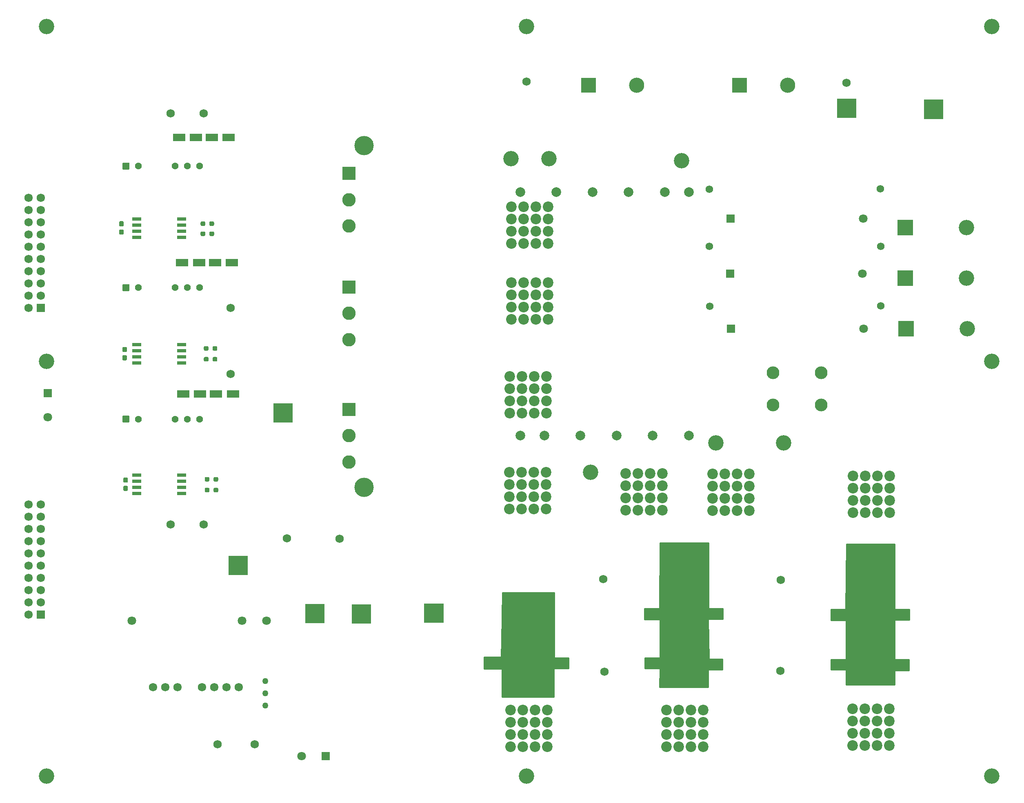
<source format=gbr>
%TF.GenerationSoftware,KiCad,Pcbnew,(5.1.12)-1*%
%TF.CreationDate,2023-12-01T15:42:45+05:30*%
%TF.ProjectId,DCCB PCB-V3,44434342-2050-4434-922d-56332e6b6963,rev?*%
%TF.SameCoordinates,Original*%
%TF.FileFunction,Soldermask,Top*%
%TF.FilePolarity,Negative*%
%FSLAX46Y46*%
G04 Gerber Fmt 4.6, Leading zero omitted, Abs format (unit mm)*
G04 Created by KiCad (PCBNEW (5.1.12)-1) date 2023-12-01 15:42:45*
%MOMM*%
%LPD*%
G01*
G04 APERTURE LIST*
%ADD10C,3.200000*%
%ADD11C,1.734000*%
%ADD12C,0.100000*%
%ADD13C,4.005000*%
%ADD14C,3.150000*%
%ADD15R,3.150000X3.150000*%
%ADD16C,1.434000*%
%ADD17R,2.500000X1.600000*%
%ADD18C,1.725000*%
%ADD19R,1.725000X1.725000*%
%ADD20C,2.200000*%
%ADD21C,2.000000*%
%ADD22C,1.800000*%
%ADD23R,1.800000X1.800000*%
%ADD24R,3.200000X3.200000*%
%ADD25O,3.200000X3.200000*%
%ADD26R,1.850000X0.650000*%
%ADD27C,1.269000*%
%ADD28C,2.640000*%
%ADD29C,1.575000*%
%ADD30C,2.790000*%
%ADD31R,2.790000X2.790000*%
%ADD32C,0.300000*%
G04 APERTURE END LIST*
D10*
%TO.C,H13*%
X143690000Y-34580000D03*
%TD*%
%TO.C,H3*%
X143690000Y-190200000D03*
%TD*%
D11*
%TO.C,TP18*%
X87250000Y-183620000D03*
%TD*%
%TO.C,TP17*%
X79570000Y-183590000D03*
%TD*%
%TO.C,TP16*%
X82296000Y-92964000D03*
%TD*%
%TO.C,TP15*%
X82290000Y-106660000D03*
%TD*%
%TO.C,TP14*%
X76708000Y-137922000D03*
%TD*%
%TO.C,TP13*%
X76708000Y-52578000D03*
%TD*%
%TO.C,TP12*%
X69850000Y-52578000D03*
%TD*%
%TO.C,TP11*%
X69850000Y-137922000D03*
%TD*%
%TO.C,TP10*%
X196280000Y-168380000D03*
%TD*%
%TO.C,TP9*%
X159830000Y-168500000D03*
%TD*%
%TO.C,TP8*%
X210040000Y-46290000D03*
%TD*%
%TO.C,TP7*%
X143690000Y-45970000D03*
%TD*%
%TO.C,TP6*%
X93930000Y-140860000D03*
%TD*%
%TO.C,TP3*%
X104920000Y-140870000D03*
%TD*%
%TO.C,TP2*%
X196400000Y-149440000D03*
%TD*%
%TO.C,TP1*%
X159590000Y-149320000D03*
%TD*%
D12*
%TO.C,K1*%
G36*
X95180000Y-116770000D02*
G01*
X91180000Y-116770000D01*
X91180000Y-112770000D01*
X95180000Y-112770000D01*
X95180000Y-116770000D01*
G37*
%TD*%
%TO.C,R11*%
G36*
G01*
X77695000Y-103402500D02*
X77695000Y-103877500D01*
G75*
G02*
X77457500Y-104115000I-237500J0D01*
G01*
X76957500Y-104115000D01*
G75*
G02*
X76720000Y-103877500I0J237500D01*
G01*
X76720000Y-103402500D01*
G75*
G02*
X76957500Y-103165000I237500J0D01*
G01*
X77457500Y-103165000D01*
G75*
G02*
X77695000Y-103402500I0J-237500D01*
G01*
G37*
G36*
G01*
X79520000Y-103402500D02*
X79520000Y-103877500D01*
G75*
G02*
X79282500Y-104115000I-237500J0D01*
G01*
X78782500Y-104115000D01*
G75*
G02*
X78545000Y-103877500I0J237500D01*
G01*
X78545000Y-103402500D01*
G75*
G02*
X78782500Y-103165000I237500J0D01*
G01*
X79282500Y-103165000D01*
G75*
G02*
X79520000Y-103402500I0J-237500D01*
G01*
G37*
%TD*%
%TO.C,R10*%
G36*
G01*
X77695000Y-101162500D02*
X77695000Y-101637500D01*
G75*
G02*
X77457500Y-101875000I-237500J0D01*
G01*
X76957500Y-101875000D01*
G75*
G02*
X76720000Y-101637500I0J237500D01*
G01*
X76720000Y-101162500D01*
G75*
G02*
X76957500Y-100925000I237500J0D01*
G01*
X77457500Y-100925000D01*
G75*
G02*
X77695000Y-101162500I0J-237500D01*
G01*
G37*
G36*
G01*
X79520000Y-101162500D02*
X79520000Y-101637500D01*
G75*
G02*
X79282500Y-101875000I-237500J0D01*
G01*
X78782500Y-101875000D01*
G75*
G02*
X78545000Y-101637500I0J237500D01*
G01*
X78545000Y-101162500D01*
G75*
G02*
X78782500Y-100925000I237500J0D01*
G01*
X79282500Y-100925000D01*
G75*
G02*
X79520000Y-101162500I0J-237500D01*
G01*
G37*
%TD*%
%TO.C,R7*%
G36*
G01*
X77025000Y-77362500D02*
X77025000Y-77837500D01*
G75*
G02*
X76787500Y-78075000I-237500J0D01*
G01*
X76287500Y-78075000D01*
G75*
G02*
X76050000Y-77837500I0J237500D01*
G01*
X76050000Y-77362500D01*
G75*
G02*
X76287500Y-77125000I237500J0D01*
G01*
X76787500Y-77125000D01*
G75*
G02*
X77025000Y-77362500I0J-237500D01*
G01*
G37*
G36*
G01*
X78850000Y-77362500D02*
X78850000Y-77837500D01*
G75*
G02*
X78612500Y-78075000I-237500J0D01*
G01*
X78112500Y-78075000D01*
G75*
G02*
X77875000Y-77837500I0J237500D01*
G01*
X77875000Y-77362500D01*
G75*
G02*
X78112500Y-77125000I237500J0D01*
G01*
X78612500Y-77125000D01*
G75*
G02*
X78850000Y-77362500I0J-237500D01*
G01*
G37*
%TD*%
%TO.C,R6*%
G36*
G01*
X77025000Y-75262500D02*
X77025000Y-75737500D01*
G75*
G02*
X76787500Y-75975000I-237500J0D01*
G01*
X76287500Y-75975000D01*
G75*
G02*
X76050000Y-75737500I0J237500D01*
G01*
X76050000Y-75262500D01*
G75*
G02*
X76287500Y-75025000I237500J0D01*
G01*
X76787500Y-75025000D01*
G75*
G02*
X77025000Y-75262500I0J-237500D01*
G01*
G37*
G36*
G01*
X78850000Y-75262500D02*
X78850000Y-75737500D01*
G75*
G02*
X78612500Y-75975000I-237500J0D01*
G01*
X78112500Y-75975000D01*
G75*
G02*
X77875000Y-75737500I0J237500D01*
G01*
X77875000Y-75262500D01*
G75*
G02*
X78112500Y-75025000I237500J0D01*
G01*
X78612500Y-75025000D01*
G75*
G02*
X78850000Y-75262500I0J-237500D01*
G01*
G37*
%TD*%
%TO.C,R5*%
G36*
G01*
X77885000Y-130562500D02*
X77885000Y-131037500D01*
G75*
G02*
X77647500Y-131275000I-237500J0D01*
G01*
X77147500Y-131275000D01*
G75*
G02*
X76910000Y-131037500I0J237500D01*
G01*
X76910000Y-130562500D01*
G75*
G02*
X77147500Y-130325000I237500J0D01*
G01*
X77647500Y-130325000D01*
G75*
G02*
X77885000Y-130562500I0J-237500D01*
G01*
G37*
G36*
G01*
X79710000Y-130562500D02*
X79710000Y-131037500D01*
G75*
G02*
X79472500Y-131275000I-237500J0D01*
G01*
X78972500Y-131275000D01*
G75*
G02*
X78735000Y-131037500I0J237500D01*
G01*
X78735000Y-130562500D01*
G75*
G02*
X78972500Y-130325000I237500J0D01*
G01*
X79472500Y-130325000D01*
G75*
G02*
X79710000Y-130562500I0J-237500D01*
G01*
G37*
%TD*%
%TO.C,R4*%
G36*
G01*
X77885000Y-128322500D02*
X77885000Y-128797500D01*
G75*
G02*
X77647500Y-129035000I-237500J0D01*
G01*
X77147500Y-129035000D01*
G75*
G02*
X76910000Y-128797500I0J237500D01*
G01*
X76910000Y-128322500D01*
G75*
G02*
X77147500Y-128085000I237500J0D01*
G01*
X77647500Y-128085000D01*
G75*
G02*
X77885000Y-128322500I0J-237500D01*
G01*
G37*
G36*
G01*
X79710000Y-128322500D02*
X79710000Y-128797500D01*
G75*
G02*
X79472500Y-129035000I-237500J0D01*
G01*
X78972500Y-129035000D01*
G75*
G02*
X78735000Y-128797500I0J237500D01*
G01*
X78735000Y-128322500D01*
G75*
G02*
X78972500Y-128085000I237500J0D01*
G01*
X79472500Y-128085000D01*
G75*
G02*
X79710000Y-128322500I0J-237500D01*
G01*
G37*
%TD*%
%TO.C,C15*%
G36*
G01*
X60062500Y-102805000D02*
X60537500Y-102805000D01*
G75*
G02*
X60775000Y-103042500I0J-237500D01*
G01*
X60775000Y-103642500D01*
G75*
G02*
X60537500Y-103880000I-237500J0D01*
G01*
X60062500Y-103880000D01*
G75*
G02*
X59825000Y-103642500I0J237500D01*
G01*
X59825000Y-103042500D01*
G75*
G02*
X60062500Y-102805000I237500J0D01*
G01*
G37*
G36*
G01*
X60062500Y-101080000D02*
X60537500Y-101080000D01*
G75*
G02*
X60775000Y-101317500I0J-237500D01*
G01*
X60775000Y-101917500D01*
G75*
G02*
X60537500Y-102155000I-237500J0D01*
G01*
X60062500Y-102155000D01*
G75*
G02*
X59825000Y-101917500I0J237500D01*
G01*
X59825000Y-101317500D01*
G75*
G02*
X60062500Y-101080000I237500J0D01*
G01*
G37*
%TD*%
%TO.C,C14*%
G36*
G01*
X59392500Y-76705000D02*
X59867500Y-76705000D01*
G75*
G02*
X60105000Y-76942500I0J-237500D01*
G01*
X60105000Y-77542500D01*
G75*
G02*
X59867500Y-77780000I-237500J0D01*
G01*
X59392500Y-77780000D01*
G75*
G02*
X59155000Y-77542500I0J237500D01*
G01*
X59155000Y-76942500D01*
G75*
G02*
X59392500Y-76705000I237500J0D01*
G01*
G37*
G36*
G01*
X59392500Y-74980000D02*
X59867500Y-74980000D01*
G75*
G02*
X60105000Y-75217500I0J-237500D01*
G01*
X60105000Y-75817500D01*
G75*
G02*
X59867500Y-76055000I-237500J0D01*
G01*
X59392500Y-76055000D01*
G75*
G02*
X59155000Y-75817500I0J237500D01*
G01*
X59155000Y-75217500D01*
G75*
G02*
X59392500Y-74980000I237500J0D01*
G01*
G37*
%TD*%
%TO.C,C13*%
G36*
G01*
X60252500Y-129915000D02*
X60727500Y-129915000D01*
G75*
G02*
X60965000Y-130152500I0J-237500D01*
G01*
X60965000Y-130752500D01*
G75*
G02*
X60727500Y-130990000I-237500J0D01*
G01*
X60252500Y-130990000D01*
G75*
G02*
X60015000Y-130752500I0J237500D01*
G01*
X60015000Y-130152500D01*
G75*
G02*
X60252500Y-129915000I237500J0D01*
G01*
G37*
G36*
G01*
X60252500Y-128190000D02*
X60727500Y-128190000D01*
G75*
G02*
X60965000Y-128427500I0J-237500D01*
G01*
X60965000Y-129027500D01*
G75*
G02*
X60727500Y-129265000I-237500J0D01*
G01*
X60252500Y-129265000D01*
G75*
G02*
X60015000Y-129027500I0J237500D01*
G01*
X60015000Y-128427500D01*
G75*
G02*
X60252500Y-128190000I237500J0D01*
G01*
G37*
%TD*%
D13*
%TO.C,H5*%
X109960000Y-130250000D03*
X109960000Y-59310000D03*
%TD*%
D14*
%TO.C,C11*%
X197870000Y-46720000D03*
D15*
X187870000Y-46720000D03*
%TD*%
D16*
%TO.C,PS3*%
X73270000Y-88770000D03*
X75810000Y-88770000D03*
X70730000Y-88770000D03*
X63110000Y-88770000D03*
G36*
G01*
X59853000Y-89385000D02*
X59853000Y-88155000D01*
G75*
G02*
X59955000Y-88053000I102000J0D01*
G01*
X61185000Y-88053000D01*
G75*
G02*
X61287000Y-88155000I0J-102000D01*
G01*
X61287000Y-89385000D01*
G75*
G02*
X61185000Y-89487000I-102000J0D01*
G01*
X59955000Y-89487000D01*
G75*
G02*
X59853000Y-89385000I0J102000D01*
G01*
G37*
%TD*%
%TO.C,PS2*%
X73270000Y-116060000D03*
X75810000Y-116060000D03*
X70730000Y-116060000D03*
X63110000Y-116060000D03*
G36*
G01*
X59853000Y-116675000D02*
X59853000Y-115445000D01*
G75*
G02*
X59955000Y-115343000I102000J0D01*
G01*
X61185000Y-115343000D01*
G75*
G02*
X61287000Y-115445000I0J-102000D01*
G01*
X61287000Y-116675000D01*
G75*
G02*
X61185000Y-116777000I-102000J0D01*
G01*
X59955000Y-116777000D01*
G75*
G02*
X59853000Y-116675000I0J102000D01*
G01*
G37*
%TD*%
%TO.C,PS1*%
X73270000Y-63550000D03*
X75810000Y-63550000D03*
X70730000Y-63550000D03*
X63110000Y-63550000D03*
G36*
G01*
X59853000Y-64165000D02*
X59853000Y-62935000D01*
G75*
G02*
X59955000Y-62833000I102000J0D01*
G01*
X61185000Y-62833000D01*
G75*
G02*
X61287000Y-62935000I0J-102000D01*
G01*
X61287000Y-64165000D01*
G75*
G02*
X61185000Y-64267000I-102000J0D01*
G01*
X59955000Y-64267000D01*
G75*
G02*
X59853000Y-64165000I0J102000D01*
G01*
G37*
%TD*%
D17*
%TO.C,C5*%
X78390000Y-57580000D03*
X81890000Y-57580000D03*
%TD*%
D10*
%TO.C,H15*%
X140400000Y-62000000D03*
%TD*%
%TO.C,H10*%
X240190000Y-104070000D03*
%TD*%
%TO.C,H9*%
X148330000Y-62030000D03*
%TD*%
%TO.C,H8*%
X240190000Y-190200000D03*
%TD*%
%TO.C,H7*%
X175840000Y-62390000D03*
%TD*%
%TO.C,H6*%
X182950000Y-121030000D03*
%TD*%
D18*
%TO.C,J2*%
X40360000Y-133780000D03*
X42900000Y-133780000D03*
X40360000Y-136320000D03*
X42900000Y-136320000D03*
X40360000Y-138860000D03*
X42900000Y-138860000D03*
X40360000Y-141400000D03*
X42900000Y-141400000D03*
X40360000Y-143940000D03*
X42900000Y-143940000D03*
X40360000Y-146480000D03*
X42900000Y-146480000D03*
X40360000Y-149020000D03*
X42900000Y-149020000D03*
X40360000Y-151560000D03*
X42900000Y-151560000D03*
X40360000Y-154100000D03*
X42900000Y-154100000D03*
X40360000Y-156640000D03*
D19*
X42900000Y-156640000D03*
%TD*%
D18*
%TO.C,J1*%
X40360000Y-70140000D03*
X42900000Y-70140000D03*
X40360000Y-72680000D03*
X42900000Y-72680000D03*
X40360000Y-75220000D03*
X42900000Y-75220000D03*
X40360000Y-77760000D03*
X42900000Y-77760000D03*
X40360000Y-80300000D03*
X42900000Y-80300000D03*
X40360000Y-82840000D03*
X42900000Y-82840000D03*
X40360000Y-85380000D03*
X42900000Y-85380000D03*
X40360000Y-87920000D03*
X42900000Y-87920000D03*
X40360000Y-90460000D03*
X42900000Y-90460000D03*
X40360000Y-93000000D03*
D19*
X42900000Y-93000000D03*
%TD*%
D20*
%TO.C,IC15*%
X148150000Y-95330000D03*
X145610000Y-95330000D03*
X143070000Y-95330000D03*
X140530000Y-95330000D03*
X148150000Y-92790000D03*
X145610000Y-92790000D03*
X143070000Y-92790000D03*
X140530000Y-92790000D03*
X148150000Y-90250000D03*
X145610000Y-90250000D03*
X143070000Y-90250000D03*
X140530000Y-90250000D03*
X148150000Y-87710000D03*
X145610000Y-87710000D03*
X143070000Y-87710000D03*
X140530000Y-87710000D03*
%TD*%
%TO.C,IC14*%
X147800000Y-114790000D03*
X145260000Y-114790000D03*
X142720000Y-114790000D03*
X140180000Y-114790000D03*
X147800000Y-112250000D03*
X145260000Y-112250000D03*
X142720000Y-112250000D03*
X140180000Y-112250000D03*
X147800000Y-109710000D03*
X145260000Y-109710000D03*
X142720000Y-109710000D03*
X140180000Y-109710000D03*
X147800000Y-107170000D03*
X145260000Y-107170000D03*
X142720000Y-107170000D03*
X140180000Y-107170000D03*
%TD*%
%TO.C,IC13*%
X147750000Y-134690000D03*
X145210000Y-134690000D03*
X142670000Y-134690000D03*
X140130000Y-134690000D03*
X147750000Y-132150000D03*
X145210000Y-132150000D03*
X142670000Y-132150000D03*
X140130000Y-132150000D03*
X147750000Y-129610000D03*
X145210000Y-129610000D03*
X142670000Y-129610000D03*
X140130000Y-129610000D03*
X147750000Y-127070000D03*
X145210000Y-127070000D03*
X142670000Y-127070000D03*
X140130000Y-127070000D03*
%TD*%
%TO.C,IC12*%
X171830000Y-135000000D03*
X169290000Y-135000000D03*
X166750000Y-135000000D03*
X164210000Y-135000000D03*
X171830000Y-132460000D03*
X169290000Y-132460000D03*
X166750000Y-132460000D03*
X164210000Y-132460000D03*
X171830000Y-129920000D03*
X169290000Y-129920000D03*
X166750000Y-129920000D03*
X164210000Y-129920000D03*
X171830000Y-127380000D03*
X169290000Y-127380000D03*
X166750000Y-127380000D03*
X164210000Y-127380000D03*
%TD*%
%TO.C,IC11*%
X148120000Y-79610000D03*
X145580000Y-79610000D03*
X143040000Y-79610000D03*
X140500000Y-79610000D03*
X148120000Y-77070000D03*
X145580000Y-77070000D03*
X143040000Y-77070000D03*
X140500000Y-77070000D03*
X148120000Y-74530000D03*
X145580000Y-74530000D03*
X143040000Y-74530000D03*
X140500000Y-74530000D03*
X148120000Y-71990000D03*
X145580000Y-71990000D03*
X143040000Y-71990000D03*
X140500000Y-71990000D03*
%TD*%
%TO.C,IC10*%
X189910000Y-135100000D03*
X187370000Y-135100000D03*
X184830000Y-135100000D03*
X182290000Y-135100000D03*
X189910000Y-132560000D03*
X187370000Y-132560000D03*
X184830000Y-132560000D03*
X182290000Y-132560000D03*
X189910000Y-130020000D03*
X187370000Y-130020000D03*
X184830000Y-130020000D03*
X182290000Y-130020000D03*
X189910000Y-127480000D03*
X187370000Y-127480000D03*
X184830000Y-127480000D03*
X182290000Y-127480000D03*
%TD*%
%TO.C,IC9*%
X218900000Y-176210000D03*
X216360000Y-176210000D03*
X213820000Y-176210000D03*
X211280000Y-176210000D03*
X218900000Y-178750000D03*
X216360000Y-178750000D03*
X213820000Y-178750000D03*
X211280000Y-178750000D03*
X218900000Y-181290000D03*
X216360000Y-181290000D03*
X213820000Y-181290000D03*
X211280000Y-181290000D03*
X218900000Y-183830000D03*
X216360000Y-183830000D03*
X213820000Y-183830000D03*
X211280000Y-183830000D03*
%TD*%
%TO.C,IC8*%
X148010000Y-184060000D03*
X148010000Y-181520000D03*
X148010000Y-178980000D03*
X148010000Y-176440000D03*
X145470000Y-184060000D03*
X145470000Y-181520000D03*
X145470000Y-178980000D03*
X145470000Y-176440000D03*
X142930000Y-184060000D03*
X142930000Y-181520000D03*
X142930000Y-178980000D03*
X142930000Y-176440000D03*
X140390000Y-184060000D03*
X140390000Y-181520000D03*
X140390000Y-178980000D03*
X140390000Y-176440000D03*
%TD*%
%TO.C,IC7*%
X211370000Y-135510000D03*
X211370000Y-132970000D03*
X211370000Y-130430000D03*
X211370000Y-127890000D03*
X213910000Y-135510000D03*
X213910000Y-132970000D03*
X213910000Y-130430000D03*
X213910000Y-127890000D03*
X216450000Y-135510000D03*
X216450000Y-132970000D03*
X216450000Y-130430000D03*
X216450000Y-127890000D03*
X218990000Y-135510000D03*
X218990000Y-132970000D03*
X218990000Y-130430000D03*
X218990000Y-127890000D03*
%TD*%
%TO.C,IC6*%
X180310000Y-176480000D03*
X177770000Y-176480000D03*
X175230000Y-176480000D03*
X172690000Y-176480000D03*
X180310000Y-179020000D03*
X177770000Y-179020000D03*
X175230000Y-179020000D03*
X172690000Y-179020000D03*
X180310000Y-181560000D03*
X177770000Y-181560000D03*
X175230000Y-181560000D03*
X172690000Y-181560000D03*
X180310000Y-184100000D03*
X177770000Y-184100000D03*
X175230000Y-184100000D03*
X172690000Y-184100000D03*
%TD*%
D21*
%TO.C,L1*%
X177350000Y-68910000D03*
X172350000Y-68910000D03*
X164850000Y-68910000D03*
X157350000Y-68910000D03*
X149850000Y-68910000D03*
X142350000Y-68910000D03*
X154848800Y-119506800D03*
X169848800Y-119506800D03*
X162348800Y-119506800D03*
X147348800Y-119506800D03*
X142348800Y-119506800D03*
X177348800Y-119506800D03*
%TD*%
D22*
%TO.C,C2*%
X213610000Y-97340000D03*
D23*
X186110000Y-97340000D03*
%TD*%
D10*
%TO.C,H14*%
X240190000Y-34580000D03*
%TD*%
%TO.C,H12*%
X197040000Y-121030000D03*
%TD*%
%TO.C,H11*%
X44100000Y-104070000D03*
%TD*%
D22*
%TO.C,J7*%
X97010000Y-186030000D03*
D23*
X102010000Y-186030000D03*
%TD*%
D18*
%TO.C,PS5*%
X83960000Y-171690000D03*
X81420000Y-171690000D03*
X78880000Y-171690000D03*
X76340000Y-171690000D03*
X71260000Y-171690000D03*
X68720000Y-171690000D03*
X66180000Y-171690000D03*
%TD*%
D24*
%TO.C,D7*%
X222250000Y-86820000D03*
D25*
X234950000Y-86820000D03*
%TD*%
D24*
%TO.C,D6*%
X222390000Y-97340000D03*
D25*
X235090000Y-97340000D03*
%TD*%
D24*
%TO.C,D5*%
X222190000Y-76290000D03*
D25*
X234890000Y-76290000D03*
%TD*%
D12*
%TO.C,Probe2*%
G36*
X126450000Y-158390000D02*
G01*
X122450000Y-158390000D01*
X122450000Y-154390000D01*
X126450000Y-154390000D01*
X126450000Y-158390000D01*
G37*
%TD*%
%TO.C,Probe1*%
G36*
X111430000Y-158530000D02*
G01*
X107430000Y-158530000D01*
X107430000Y-154530000D01*
X111430000Y-154530000D01*
X111430000Y-158530000D01*
G37*
%TD*%
D22*
%TO.C,J5*%
X44350000Y-115640000D03*
D23*
X44350000Y-110640000D03*
%TD*%
D26*
%TO.C,IC5*%
X72125000Y-100615000D03*
X72125000Y-101885000D03*
X72125000Y-103155000D03*
X72125000Y-104425000D03*
X62775000Y-104425000D03*
X62775000Y-103155000D03*
X62775000Y-101885000D03*
X62775000Y-100615000D03*
%TD*%
%TO.C,IC3*%
X72125000Y-74515000D03*
X72125000Y-75785000D03*
X72125000Y-77055000D03*
X72125000Y-78325000D03*
X62775000Y-78325000D03*
X62775000Y-77055000D03*
X62775000Y-75785000D03*
X62775000Y-74515000D03*
%TD*%
%TO.C,IC2*%
X72125000Y-127725000D03*
X72125000Y-128995000D03*
X72125000Y-130265000D03*
X72125000Y-131535000D03*
X62775000Y-131535000D03*
X62775000Y-130265000D03*
X62775000Y-128995000D03*
X62775000Y-127725000D03*
%TD*%
D17*
%TO.C,C10*%
X72240000Y-83560000D03*
X75740000Y-83560000D03*
%TD*%
%TO.C,C9*%
X79060000Y-83560000D03*
X82560000Y-83560000D03*
%TD*%
%TO.C,C8*%
X72430000Y-110850000D03*
X75930000Y-110850000D03*
%TD*%
%TO.C,C7*%
X79250000Y-110850000D03*
X82750000Y-110850000D03*
%TD*%
%TO.C,C6*%
X71570000Y-57580000D03*
X75070000Y-57580000D03*
%TD*%
D27*
%TO.C,VR1*%
X89480000Y-175500000D03*
X89480000Y-172960000D03*
X89480000Y-170420000D03*
%TD*%
D12*
%TO.C,Sense2*%
G36*
X101770000Y-158420000D02*
G01*
X97770000Y-158420000D01*
X97770000Y-154420000D01*
X101770000Y-154420000D01*
X101770000Y-158420000D01*
G37*
%TD*%
%TO.C,TP5*%
G36*
X230140000Y-53760000D02*
G01*
X226140000Y-53760000D01*
X226140000Y-49760000D01*
X230140000Y-49760000D01*
X230140000Y-53760000D01*
G37*
%TD*%
%TO.C,TP4*%
G36*
X212060000Y-53530000D02*
G01*
X208060000Y-53530000D01*
X208060000Y-49530000D01*
X212060000Y-49530000D01*
X212060000Y-53530000D01*
G37*
%TD*%
%TO.C,Sense1*%
G36*
X85850000Y-148450000D02*
G01*
X81850000Y-148450000D01*
X81850000Y-144450000D01*
X85850000Y-144450000D01*
X85850000Y-148450000D01*
G37*
%TD*%
D28*
%TO.C,RV2*%
X204780000Y-113100000D03*
X194780000Y-113100000D03*
%TD*%
%TO.C,RV1*%
X204780000Y-106460000D03*
X194780000Y-106460000D03*
%TD*%
D29*
%TO.C,R3*%
X217110000Y-80160000D03*
X181610000Y-80240000D03*
%TD*%
%TO.C,R2*%
X217180000Y-92540000D03*
X181680000Y-92620000D03*
%TD*%
%TO.C,R1*%
X217050000Y-68240000D03*
X181550000Y-68320000D03*
%TD*%
D22*
%TO.C,IC1*%
X61770000Y-157900000D03*
X84630000Y-157900000D03*
X89710000Y-157900000D03*
%TD*%
D10*
%TO.C,H4*%
X44100000Y-34580000D03*
%TD*%
%TO.C,H2*%
X44100000Y-190200000D03*
%TD*%
%TO.C,H1*%
X156990000Y-127110000D03*
%TD*%
D30*
%TO.C,D3*%
X106810000Y-99566000D03*
X106810000Y-94106000D03*
D31*
X106810000Y-88646000D03*
%TD*%
D30*
%TO.C,D2*%
X106810000Y-124970000D03*
X106810000Y-119510000D03*
D31*
X106810000Y-114050000D03*
%TD*%
D30*
%TO.C,D1*%
X106810000Y-75970000D03*
X106810000Y-70510000D03*
D31*
X106810000Y-65050000D03*
%TD*%
D22*
%TO.C,C4*%
X213380000Y-85890000D03*
D23*
X185880000Y-85890000D03*
%TD*%
D14*
%TO.C,C3*%
X166520000Y-46720000D03*
D15*
X156520000Y-46720000D03*
%TD*%
D22*
%TO.C,C1*%
X213470000Y-74460000D03*
D23*
X185970000Y-74460000D03*
%TD*%
D32*
X220050000Y-155490000D02*
X220052882Y-155519264D01*
X220061418Y-155547403D01*
X220075280Y-155573336D01*
X220093934Y-155596066D01*
X220116664Y-155614720D01*
X220142597Y-155628582D01*
X220170736Y-155637118D01*
X220200000Y-155640000D01*
X223058745Y-155640000D01*
X223041253Y-157739015D01*
X220160990Y-157720003D01*
X220131708Y-157722692D01*
X220103513Y-157731042D01*
X220077489Y-157744732D01*
X220054636Y-157763236D01*
X220035832Y-157785843D01*
X220021800Y-157811684D01*
X220013079Y-157839766D01*
X220010000Y-157869627D01*
X219990000Y-165909627D01*
X219992810Y-165938897D01*
X220001276Y-165967058D01*
X220015073Y-165993025D01*
X220033670Y-166015802D01*
X220056354Y-166034513D01*
X220082253Y-166048439D01*
X220110371Y-166057045D01*
X220140000Y-166060000D01*
X223009401Y-166060000D01*
X223000596Y-168270000D01*
X220145000Y-168270000D01*
X220115736Y-168272882D01*
X220087597Y-168281418D01*
X220061664Y-168295280D01*
X220038934Y-168313934D01*
X220020280Y-168336664D01*
X220006418Y-168362597D01*
X219997882Y-168390736D01*
X219995004Y-168421134D01*
X220016362Y-171245147D01*
X210043802Y-171254853D01*
X210069994Y-168221295D01*
X210067365Y-168192008D01*
X210059072Y-168163796D01*
X210045435Y-168137744D01*
X210026978Y-168114854D01*
X210004409Y-168096004D01*
X209978597Y-168081919D01*
X209950533Y-168073140D01*
X209920703Y-168070002D01*
X206869675Y-168055700D01*
X206865328Y-166060000D01*
X209925000Y-166060000D01*
X209954264Y-166057118D01*
X209982403Y-166048582D01*
X210008336Y-166034720D01*
X210031066Y-166016066D01*
X210049720Y-165993336D01*
X210063582Y-165967403D01*
X210072118Y-165939264D01*
X210074999Y-165909528D01*
X210049999Y-157959528D01*
X210047025Y-157930274D01*
X210038401Y-157902162D01*
X210024458Y-157876273D01*
X210005732Y-157853601D01*
X209982943Y-157835018D01*
X209956966Y-157821238D01*
X209928801Y-157812791D01*
X209899522Y-157810001D01*
X206910000Y-157819522D01*
X206910000Y-155679512D01*
X209830489Y-155669999D01*
X209859743Y-155667022D01*
X209887854Y-155658394D01*
X209913741Y-155644448D01*
X209936411Y-155625720D01*
X209954991Y-155602929D01*
X209968768Y-155576951D01*
X209977212Y-155548784D01*
X209979995Y-155521212D01*
X210088792Y-142060000D01*
X220050000Y-142060000D01*
X220050000Y-155490000D01*
D12*
G36*
X220050000Y-155490000D02*
G01*
X220052882Y-155519264D01*
X220061418Y-155547403D01*
X220075280Y-155573336D01*
X220093934Y-155596066D01*
X220116664Y-155614720D01*
X220142597Y-155628582D01*
X220170736Y-155637118D01*
X220200000Y-155640000D01*
X223058745Y-155640000D01*
X223041253Y-157739015D01*
X220160990Y-157720003D01*
X220131708Y-157722692D01*
X220103513Y-157731042D01*
X220077489Y-157744732D01*
X220054636Y-157763236D01*
X220035832Y-157785843D01*
X220021800Y-157811684D01*
X220013079Y-157839766D01*
X220010000Y-157869627D01*
X219990000Y-165909627D01*
X219992810Y-165938897D01*
X220001276Y-165967058D01*
X220015073Y-165993025D01*
X220033670Y-166015802D01*
X220056354Y-166034513D01*
X220082253Y-166048439D01*
X220110371Y-166057045D01*
X220140000Y-166060000D01*
X223009401Y-166060000D01*
X223000596Y-168270000D01*
X220145000Y-168270000D01*
X220115736Y-168272882D01*
X220087597Y-168281418D01*
X220061664Y-168295280D01*
X220038934Y-168313934D01*
X220020280Y-168336664D01*
X220006418Y-168362597D01*
X219997882Y-168390736D01*
X219995004Y-168421134D01*
X220016362Y-171245147D01*
X210043802Y-171254853D01*
X210069994Y-168221295D01*
X210067365Y-168192008D01*
X210059072Y-168163796D01*
X210045435Y-168137744D01*
X210026978Y-168114854D01*
X210004409Y-168096004D01*
X209978597Y-168081919D01*
X209950533Y-168073140D01*
X209920703Y-168070002D01*
X206869675Y-168055700D01*
X206865328Y-166060000D01*
X209925000Y-166060000D01*
X209954264Y-166057118D01*
X209982403Y-166048582D01*
X210008336Y-166034720D01*
X210031066Y-166016066D01*
X210049720Y-165993336D01*
X210063582Y-165967403D01*
X210072118Y-165939264D01*
X210074999Y-165909528D01*
X210049999Y-157959528D01*
X210047025Y-157930274D01*
X210038401Y-157902162D01*
X210024458Y-157876273D01*
X210005732Y-157853601D01*
X209982943Y-157835018D01*
X209956966Y-157821238D01*
X209928801Y-157812791D01*
X209899522Y-157810001D01*
X206910000Y-157819522D01*
X206910000Y-155679512D01*
X209830489Y-155669999D01*
X209859743Y-155667022D01*
X209887854Y-155658394D01*
X209913741Y-155644448D01*
X209936411Y-155625720D01*
X209954991Y-155602929D01*
X209968768Y-155576951D01*
X209977212Y-155548784D01*
X209979995Y-155521212D01*
X210088792Y-142060000D01*
X220050000Y-142060000D01*
X220050000Y-155490000D01*
G37*
D32*
X149390000Y-165570110D02*
X149392904Y-165599372D01*
X149401460Y-165627505D01*
X149415341Y-165653427D01*
X149434012Y-165676144D01*
X149456756Y-165694782D01*
X149482700Y-165708624D01*
X149510845Y-165717139D01*
X149539503Y-165719999D01*
X152409378Y-165729502D01*
X152400617Y-167840976D01*
X149499016Y-167860003D01*
X149469772Y-167863077D01*
X149441690Y-167871797D01*
X149415848Y-167885829D01*
X149393241Y-167904632D01*
X149374736Y-167927484D01*
X149361045Y-167953507D01*
X149352693Y-167981702D01*
X149350003Y-168008983D01*
X149311015Y-173759728D01*
X138630000Y-173740273D01*
X138630000Y-168090000D01*
X138627118Y-168060736D01*
X138618582Y-168032597D01*
X138604720Y-168006664D01*
X138586066Y-167983934D01*
X138563336Y-167965280D01*
X138537403Y-167951418D01*
X138509264Y-167942882D01*
X138480820Y-167940002D01*
X134970566Y-167920820D01*
X134979433Y-165580000D01*
X138350000Y-165580000D01*
X138379264Y-165577118D01*
X138407403Y-165568582D01*
X138433336Y-165554720D01*
X138456066Y-165536066D01*
X138474720Y-165513336D01*
X138488582Y-165487403D01*
X138497118Y-165459264D01*
X138499989Y-165431818D01*
X138539985Y-162132170D01*
X138717361Y-152140000D01*
X149380110Y-152140000D01*
X149390000Y-165570110D01*
D12*
G36*
X149390000Y-165570110D02*
G01*
X149392904Y-165599372D01*
X149401460Y-165627505D01*
X149415341Y-165653427D01*
X149434012Y-165676144D01*
X149456756Y-165694782D01*
X149482700Y-165708624D01*
X149510845Y-165717139D01*
X149539503Y-165719999D01*
X152409378Y-165729502D01*
X152400617Y-167840976D01*
X149499016Y-167860003D01*
X149469772Y-167863077D01*
X149441690Y-167871797D01*
X149415848Y-167885829D01*
X149393241Y-167904632D01*
X149374736Y-167927484D01*
X149361045Y-167953507D01*
X149352693Y-167981702D01*
X149350003Y-168008983D01*
X149311015Y-173759728D01*
X138630000Y-173740273D01*
X138630000Y-168090000D01*
X138627118Y-168060736D01*
X138618582Y-168032597D01*
X138604720Y-168006664D01*
X138586066Y-167983934D01*
X138563336Y-167965280D01*
X138537403Y-167951418D01*
X138509264Y-167942882D01*
X138480820Y-167940002D01*
X134970566Y-167920820D01*
X134979433Y-165580000D01*
X138350000Y-165580000D01*
X138379264Y-165577118D01*
X138407403Y-165568582D01*
X138433336Y-165554720D01*
X138456066Y-165536066D01*
X138474720Y-165513336D01*
X138488582Y-165487403D01*
X138497118Y-165459264D01*
X138499989Y-165431818D01*
X138539985Y-162132170D01*
X138717361Y-152140000D01*
X149380110Y-152140000D01*
X149390000Y-165570110D01*
G37*
D32*
X181449669Y-141879855D02*
X181420000Y-155339669D01*
X181422818Y-155368939D01*
X181431292Y-155397097D01*
X181445096Y-155423060D01*
X181463700Y-155445832D01*
X181486390Y-155464536D01*
X181512292Y-155478455D01*
X181540412Y-155487053D01*
X181570502Y-155489999D01*
X184409363Y-155480504D01*
X184400631Y-157550000D01*
X181510000Y-157550000D01*
X181480736Y-157552882D01*
X181452597Y-157561418D01*
X181426664Y-157575280D01*
X181403934Y-157593934D01*
X181385280Y-157616664D01*
X181371418Y-157642597D01*
X181362882Y-157670736D01*
X181360019Y-157702400D01*
X181490019Y-165827400D01*
X181493369Y-165856613D01*
X181502354Y-165884612D01*
X181516629Y-165910320D01*
X181535644Y-165932749D01*
X181558670Y-165951038D01*
X181584822Y-165964483D01*
X181613094Y-165972567D01*
X181639737Y-165975000D01*
X184339059Y-165979736D01*
X184325940Y-168074501D01*
X181485502Y-168065001D01*
X181456229Y-168067785D01*
X181428061Y-168076227D01*
X181402082Y-168090002D01*
X181379289Y-168108580D01*
X181360559Y-168131248D01*
X181346611Y-168157134D01*
X181337981Y-168185245D01*
X181335001Y-168214593D01*
X181325409Y-171749124D01*
X171356962Y-171690886D01*
X171404987Y-168016961D01*
X171402488Y-167987662D01*
X171394320Y-167959414D01*
X171380799Y-167933302D01*
X171362443Y-167910329D01*
X171339959Y-167891379D01*
X171314209Y-167877180D01*
X171286184Y-167868277D01*
X171255483Y-167865001D01*
X168300000Y-167855483D01*
X168300000Y-165750000D01*
X171275000Y-165750000D01*
X171304264Y-165747118D01*
X171332403Y-165738582D01*
X171358336Y-165724720D01*
X171381066Y-165706066D01*
X171399720Y-165683336D01*
X171413582Y-165657403D01*
X171422118Y-165629264D01*
X171424998Y-165599329D01*
X171389998Y-157779329D01*
X171386985Y-157750078D01*
X171378324Y-157721978D01*
X171364346Y-157696107D01*
X171345590Y-157673460D01*
X171322776Y-157654908D01*
X171296782Y-157641163D01*
X171268605Y-157632753D01*
X171239045Y-157630003D01*
X168249383Y-157649045D01*
X168240614Y-155509512D01*
X171170487Y-155499999D01*
X171199741Y-155497022D01*
X171227852Y-155488395D01*
X171253740Y-155474449D01*
X171276410Y-155455721D01*
X171294990Y-155432930D01*
X171308768Y-155406952D01*
X171317212Y-155378786D01*
X171319996Y-155351100D01*
X171418902Y-141870144D01*
X181449669Y-141879855D01*
D12*
G36*
X181449669Y-141879855D02*
G01*
X181420000Y-155339669D01*
X181422818Y-155368939D01*
X181431292Y-155397097D01*
X181445096Y-155423060D01*
X181463700Y-155445832D01*
X181486390Y-155464536D01*
X181512292Y-155478455D01*
X181540412Y-155487053D01*
X181570502Y-155489999D01*
X184409363Y-155480504D01*
X184400631Y-157550000D01*
X181510000Y-157550000D01*
X181480736Y-157552882D01*
X181452597Y-157561418D01*
X181426664Y-157575280D01*
X181403934Y-157593934D01*
X181385280Y-157616664D01*
X181371418Y-157642597D01*
X181362882Y-157670736D01*
X181360019Y-157702400D01*
X181490019Y-165827400D01*
X181493369Y-165856613D01*
X181502354Y-165884612D01*
X181516629Y-165910320D01*
X181535644Y-165932749D01*
X181558670Y-165951038D01*
X181584822Y-165964483D01*
X181613094Y-165972567D01*
X181639737Y-165975000D01*
X184339059Y-165979736D01*
X184325940Y-168074501D01*
X181485502Y-168065001D01*
X181456229Y-168067785D01*
X181428061Y-168076227D01*
X181402082Y-168090002D01*
X181379289Y-168108580D01*
X181360559Y-168131248D01*
X181346611Y-168157134D01*
X181337981Y-168185245D01*
X181335001Y-168214593D01*
X181325409Y-171749124D01*
X171356962Y-171690886D01*
X171404987Y-168016961D01*
X171402488Y-167987662D01*
X171394320Y-167959414D01*
X171380799Y-167933302D01*
X171362443Y-167910329D01*
X171339959Y-167891379D01*
X171314209Y-167877180D01*
X171286184Y-167868277D01*
X171255483Y-167865001D01*
X168300000Y-167855483D01*
X168300000Y-165750000D01*
X171275000Y-165750000D01*
X171304264Y-165747118D01*
X171332403Y-165738582D01*
X171358336Y-165724720D01*
X171381066Y-165706066D01*
X171399720Y-165683336D01*
X171413582Y-165657403D01*
X171422118Y-165629264D01*
X171424998Y-165599329D01*
X171389998Y-157779329D01*
X171386985Y-157750078D01*
X171378324Y-157721978D01*
X171364346Y-157696107D01*
X171345590Y-157673460D01*
X171322776Y-157654908D01*
X171296782Y-157641163D01*
X171268605Y-157632753D01*
X171239045Y-157630003D01*
X168249383Y-157649045D01*
X168240614Y-155509512D01*
X171170487Y-155499999D01*
X171199741Y-155497022D01*
X171227852Y-155488395D01*
X171253740Y-155474449D01*
X171276410Y-155455721D01*
X171294990Y-155432930D01*
X171308768Y-155406952D01*
X171317212Y-155378786D01*
X171319996Y-155351100D01*
X171418902Y-141870144D01*
X181449669Y-141879855D01*
G37*
M02*

</source>
